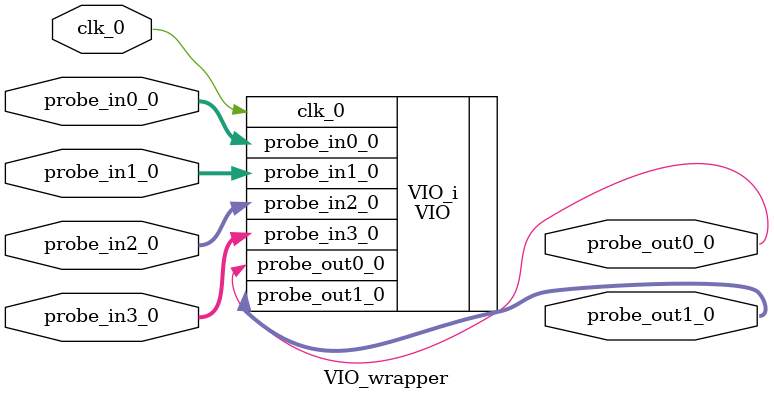
<source format=v>
`timescale 1 ps / 1 ps

module VIO_wrapper
   (clk_0,
    probe_in0_0,
    probe_in1_0,
    probe_in2_0,
    probe_in3_0,
    probe_out0_0,
    probe_out1_0);
  input clk_0;
  input [2:0]probe_in0_0;
  input [2:0]probe_in1_0;
  input [2:0]probe_in2_0;
  input [2:0]probe_in3_0;
  output [0:0]probe_out0_0;
  output [3:0]probe_out1_0;

  wire clk_0;
  wire [2:0]probe_in0_0;
  wire [2:0]probe_in1_0;
  wire [2:0]probe_in2_0;
  wire [2:0]probe_in3_0;
  wire [0:0]probe_out0_0;
  wire [3:0]probe_out1_0;

  VIO VIO_i
       (.clk_0(clk_0),
        .probe_in0_0(probe_in0_0),
        .probe_in1_0(probe_in1_0),
        .probe_in2_0(probe_in2_0),
        .probe_in3_0(probe_in3_0),
        .probe_out0_0(probe_out0_0),
        .probe_out1_0(probe_out1_0));
endmodule

</source>
